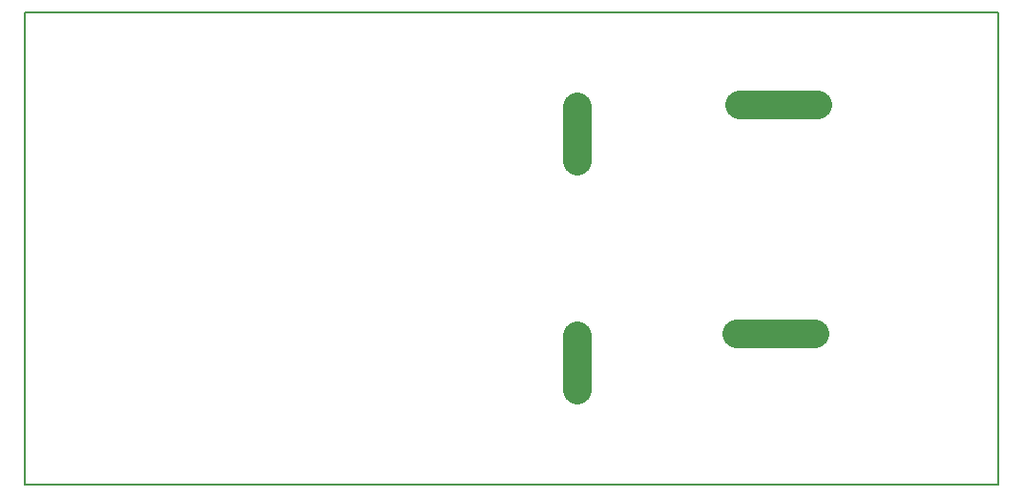
<source format=gm1>
G04 #@! TF.FileFunction,Profile,NP*
%FSLAX46Y46*%
G04 Gerber Fmt 4.6, Leading zero omitted, Abs format (unit mm)*
G04 Created by KiCad (PCBNEW 4.0.2+dfsg1-stable) date Sun 08 May 2016 11:46:39 AM CEST*
%MOMM*%
G01*
G04 APERTURE LIST*
%ADD10C,0.100000*%
%ADD11C,0.150000*%
%ADD12C,2.540000*%
G04 APERTURE END LIST*
D10*
D11*
X40640000Y-77470000D02*
X40640000Y-50800000D01*
X46990000Y-77470000D02*
X40640000Y-77470000D01*
X127000000Y-77470000D02*
X46990000Y-77470000D01*
X127000000Y-76200000D02*
X127000000Y-77470000D01*
X127000000Y-74930000D02*
X127000000Y-76200000D01*
X127000000Y-35560000D02*
X127000000Y-74930000D01*
X106680000Y-35560000D02*
X127000000Y-35560000D01*
X83820000Y-35560000D02*
X106680000Y-35560000D01*
X40640000Y-35560000D02*
X83820000Y-35560000D01*
X40640000Y-38100000D02*
X40640000Y-35560000D01*
X40640000Y-50800000D02*
X40640000Y-38100000D01*
D12*
X89662000Y-69088000D02*
X89662000Y-64262000D01*
X89662000Y-48768000D02*
X89662000Y-43942000D01*
X104013000Y-43815000D02*
X110998000Y-43815000D01*
X103759000Y-64135000D02*
X110744000Y-64135000D01*
M02*

</source>
